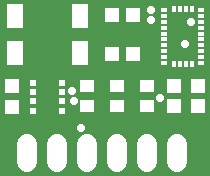
<source format=gbr>
G04 EAGLE Gerber RS-274X export*
G75*
%MOMM*%
%FSLAX34Y34*%
%LPD*%
%INSoldermask Top*%
%IPNEG*%
%AMOC8*
5,1,8,0,0,1.08239X$1,22.5*%
G01*
%ADD10R,1.427000X2.027000*%
%ADD11R,1.177000X1.207000*%
%ADD12R,1.207000X1.177000*%
%ADD13C,1.651000*%
%ADD14R,1.227000X1.127000*%
%ADD15R,0.602000X0.377000*%
%ADD16R,0.377000X0.502000*%
%ADD17R,0.527000X0.527000*%
%ADD18C,0.731000*%


D10*
X83380Y144270D03*
X28380Y144270D03*
X28380Y112270D03*
X83380Y112270D03*
D11*
X127876Y112014D03*
X110376Y112014D03*
X127876Y144526D03*
X110376Y144526D03*
D12*
X183134Y67450D03*
X183134Y84950D03*
X163068Y67450D03*
X163068Y84950D03*
X25654Y66942D03*
X25654Y84442D03*
D13*
X38100Y35560D02*
X38100Y20320D01*
X63500Y20320D02*
X63500Y35560D01*
X88900Y35560D02*
X88900Y20320D01*
X114300Y20320D02*
X114300Y35560D01*
X139700Y35560D02*
X139700Y20320D01*
X165100Y20320D02*
X165100Y35560D01*
D14*
X88900Y67700D03*
X88900Y84700D03*
X114300Y67700D03*
X114300Y84700D03*
X139700Y67700D03*
X139700Y84700D03*
D15*
X154580Y104144D03*
D16*
X162705Y103519D03*
X167705Y103519D03*
X172705Y103519D03*
X177705Y103519D03*
D15*
X185830Y104144D03*
X185830Y109144D03*
X185830Y114144D03*
X185830Y119144D03*
X185830Y124144D03*
X185830Y129144D03*
X185830Y134144D03*
X185830Y139144D03*
X185830Y144144D03*
X185830Y149144D03*
D16*
X177705Y149769D03*
X172705Y149769D03*
X167705Y149769D03*
X162705Y149769D03*
D15*
X154580Y149144D03*
X154580Y144144D03*
X154580Y139144D03*
X154580Y134144D03*
X154580Y129144D03*
X154580Y124144D03*
X154580Y119144D03*
X154580Y114144D03*
X154580Y109144D03*
D17*
X67700Y87600D03*
X67700Y79600D03*
X67700Y71600D03*
X67700Y63600D03*
X43700Y63600D03*
X43700Y71600D03*
X43700Y79600D03*
X43700Y87600D03*
D18*
X172212Y120396D03*
X150876Y74676D03*
X143256Y140208D03*
X77724Y71628D03*
X83820Y48768D03*
X143281Y149296D03*
X76200Y80772D03*
X176784Y138684D03*
M02*

</source>
